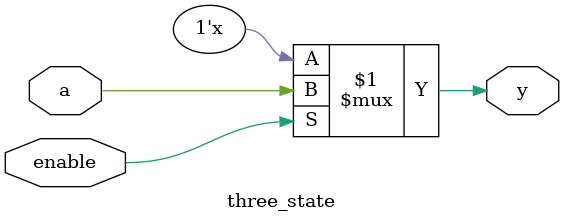
<source format=sv>
`timescale 1ns / 1ps


module three_state(
    output wire y,
    input logic a, enable
    );

    assign y=enable? a:'z;

endmodule

</source>
